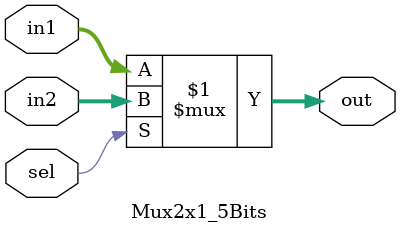
<source format=v>

/***************************************************** Mux2x1_32Bits *****************************************************/

module Mux2x1_32Bits(out, in1, in2, sel);

input [31:0] in1, in2; 
output [31:0] out; 
input sel;

assign out = 	(sel == 1'b0) ? in1 :in2;

endmodule

/***************************************************** Mux2x1_10Bits *****************************************************/

module Mux2x1_10Bits(out, in1, in2, sel);

input [9:0] in1, in2; 
output [9:0] out; 
input sel;

assign out = (sel == 1'b0) ? in1 :in2;

endmodule

/***************************************************** Mux2x1_5Bits *****************************************************/

module Mux2x1_5Bits(
    output [4:0] out,  // 5-bit output
    input [4:0] in1,   // 5-bit input 1
    input [4:0] in2,   // 5-bit input 2
    input sel          // Selection signal
);

    // Mux logic
    assign out = (sel) ? in2 : in1;
endmodule 
</source>
